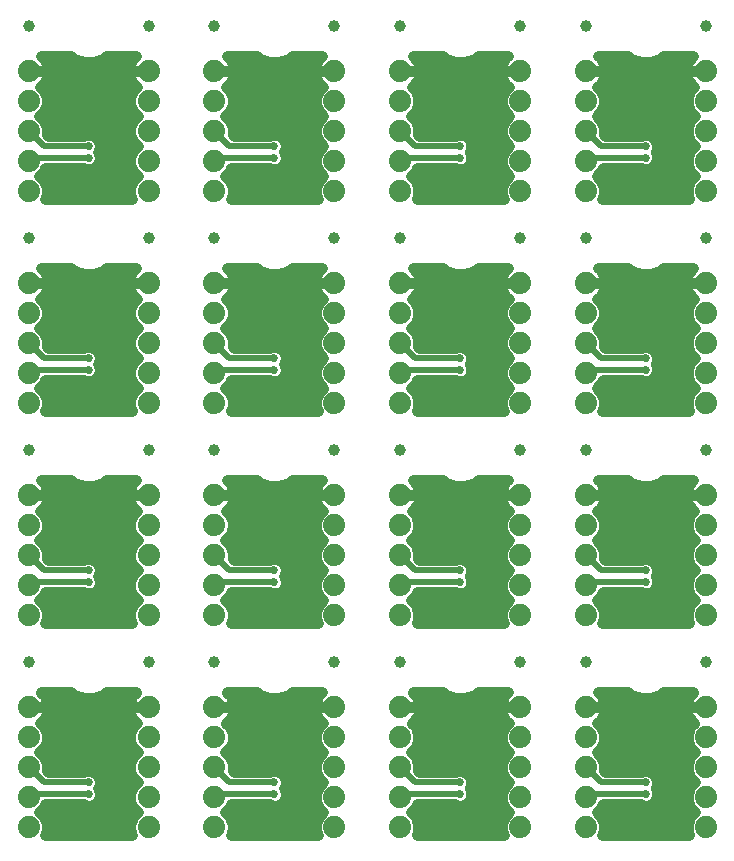
<source format=gbl>
G75*
%MOIN*%
%OFA0B0*%
%FSLAX25Y25*%
%IPPOS*%
%LPD*%
%AMOC8*
5,1,8,0,0,1.08239X$1,22.5*
%
%ADD10C,0.07400*%
%ADD11C,0.03937*%
%ADD12C,0.03600*%
%ADD13C,0.02000*%
%ADD14C,0.02700*%
D10*
X0043750Y0033500D03*
X0043750Y0043500D03*
X0043750Y0053500D03*
X0043750Y0063500D03*
X0043750Y0073500D03*
X0043750Y0104201D03*
X0043750Y0114201D03*
X0043750Y0124201D03*
X0043750Y0134201D03*
X0043750Y0144201D03*
X0043750Y0174902D03*
X0043750Y0184902D03*
X0043750Y0194902D03*
X0043750Y0204902D03*
X0043750Y0214902D03*
X0043750Y0245602D03*
X0043750Y0255602D03*
X0043750Y0265602D03*
X0043750Y0275602D03*
X0043750Y0285602D03*
X0083750Y0285602D03*
X0083750Y0275602D03*
X0083750Y0265602D03*
X0083750Y0255602D03*
X0083750Y0245602D03*
X0105671Y0245602D03*
X0105671Y0255602D03*
X0105671Y0265602D03*
X0105671Y0275602D03*
X0105671Y0285602D03*
X0145671Y0285602D03*
X0145671Y0275602D03*
X0145671Y0265602D03*
X0145671Y0255602D03*
X0145671Y0245602D03*
X0167592Y0245602D03*
X0167592Y0255602D03*
X0167592Y0265602D03*
X0167592Y0275602D03*
X0167592Y0285602D03*
X0207592Y0285602D03*
X0207592Y0275602D03*
X0207592Y0265602D03*
X0207592Y0255602D03*
X0207592Y0245602D03*
X0229514Y0245602D03*
X0229514Y0255602D03*
X0229514Y0265602D03*
X0229514Y0275602D03*
X0229514Y0285602D03*
X0269514Y0285602D03*
X0269514Y0275602D03*
X0269514Y0265602D03*
X0269514Y0255602D03*
X0269514Y0245602D03*
X0269514Y0214902D03*
X0269514Y0204902D03*
X0269514Y0194902D03*
X0269514Y0184902D03*
X0269514Y0174902D03*
X0269514Y0144201D03*
X0269514Y0134201D03*
X0269514Y0124201D03*
X0269514Y0114201D03*
X0269514Y0104201D03*
X0269514Y0073500D03*
X0269514Y0063500D03*
X0269514Y0053500D03*
X0269514Y0043500D03*
X0269514Y0033500D03*
X0229514Y0033500D03*
X0229514Y0043500D03*
X0229514Y0053500D03*
X0229514Y0063500D03*
X0229514Y0073500D03*
X0207592Y0073500D03*
X0207592Y0063500D03*
X0207592Y0053500D03*
X0207592Y0043500D03*
X0207592Y0033500D03*
X0167592Y0033500D03*
X0167592Y0043500D03*
X0167592Y0053500D03*
X0167592Y0063500D03*
X0167592Y0073500D03*
X0145671Y0073500D03*
X0145671Y0063500D03*
X0145671Y0053500D03*
X0145671Y0043500D03*
X0145671Y0033500D03*
X0105671Y0033500D03*
X0105671Y0043500D03*
X0105671Y0053500D03*
X0105671Y0063500D03*
X0105671Y0073500D03*
X0083750Y0073500D03*
X0083750Y0063500D03*
X0083750Y0053500D03*
X0083750Y0043500D03*
X0083750Y0033500D03*
X0083750Y0104201D03*
X0083750Y0114201D03*
X0083750Y0124201D03*
X0083750Y0134201D03*
X0083750Y0144201D03*
X0105671Y0144201D03*
X0105671Y0134201D03*
X0105671Y0124201D03*
X0105671Y0114201D03*
X0105671Y0104201D03*
X0145671Y0104201D03*
X0145671Y0114201D03*
X0145671Y0124201D03*
X0145671Y0134201D03*
X0145671Y0144201D03*
X0167592Y0144201D03*
X0167592Y0134201D03*
X0167592Y0124201D03*
X0167592Y0114201D03*
X0167592Y0104201D03*
X0207592Y0104201D03*
X0207592Y0114201D03*
X0207592Y0124201D03*
X0207592Y0134201D03*
X0207592Y0144201D03*
X0229514Y0144201D03*
X0229514Y0134201D03*
X0229514Y0124201D03*
X0229514Y0114201D03*
X0229514Y0104201D03*
X0229514Y0174902D03*
X0229514Y0184902D03*
X0229514Y0194902D03*
X0229514Y0204902D03*
X0229514Y0214902D03*
X0207592Y0214902D03*
X0207592Y0204902D03*
X0207592Y0194902D03*
X0207592Y0184902D03*
X0207592Y0174902D03*
X0167592Y0174902D03*
X0167592Y0184902D03*
X0167592Y0194902D03*
X0167592Y0204902D03*
X0167592Y0214902D03*
X0145671Y0214902D03*
X0145671Y0204902D03*
X0145671Y0194902D03*
X0145671Y0184902D03*
X0145671Y0174902D03*
X0105671Y0174902D03*
X0105671Y0184902D03*
X0105671Y0194902D03*
X0105671Y0204902D03*
X0105671Y0214902D03*
X0083750Y0214902D03*
X0083750Y0204902D03*
X0083750Y0194902D03*
X0083750Y0184902D03*
X0083750Y0174902D03*
D11*
X0083750Y0159201D03*
X0105671Y0159201D03*
X0145671Y0159201D03*
X0167592Y0159201D03*
X0207592Y0159201D03*
X0229514Y0159201D03*
X0269514Y0159201D03*
X0269514Y0229902D03*
X0229514Y0229902D03*
X0207592Y0229902D03*
X0167592Y0229902D03*
X0145671Y0229902D03*
X0105671Y0229902D03*
X0083750Y0229902D03*
X0043750Y0229902D03*
X0043750Y0300602D03*
X0083750Y0300602D03*
X0105671Y0300602D03*
X0145671Y0300602D03*
X0167592Y0300602D03*
X0207592Y0300602D03*
X0229514Y0300602D03*
X0269514Y0300602D03*
X0043750Y0159201D03*
X0043750Y0088500D03*
X0083750Y0088500D03*
X0105671Y0088500D03*
X0145671Y0088500D03*
X0167592Y0088500D03*
X0207592Y0088500D03*
X0229514Y0088500D03*
X0269514Y0088500D03*
D12*
X0265353Y0078500D02*
X0265219Y0078397D01*
X0264616Y0077795D01*
X0264098Y0077119D01*
X0263672Y0076381D01*
X0263346Y0075594D01*
X0263125Y0074771D01*
X0263014Y0073926D01*
X0263014Y0073500D01*
X0269514Y0073500D01*
X0263014Y0073500D01*
X0263014Y0073074D01*
X0263125Y0072229D01*
X0263346Y0071406D01*
X0263672Y0070619D01*
X0264098Y0069881D01*
X0264616Y0069205D01*
X0265219Y0068603D01*
X0265655Y0068268D01*
X0264342Y0066955D01*
X0263414Y0064713D01*
X0263414Y0062287D01*
X0264342Y0060045D01*
X0265887Y0058500D01*
X0264342Y0056955D01*
X0263414Y0054713D01*
X0263414Y0052287D01*
X0264342Y0050045D01*
X0265887Y0048500D01*
X0264342Y0046955D01*
X0263414Y0044713D01*
X0263414Y0042287D01*
X0264342Y0040045D01*
X0265887Y0038500D01*
X0264342Y0036955D01*
X0263414Y0034713D01*
X0263414Y0032287D01*
X0263988Y0030900D01*
X0235039Y0030900D01*
X0235614Y0032287D01*
X0235614Y0034713D01*
X0234685Y0036955D01*
X0233140Y0038500D01*
X0234685Y0040045D01*
X0235122Y0041100D01*
X0247923Y0041100D01*
X0248768Y0040750D01*
X0250260Y0040750D01*
X0251638Y0041321D01*
X0252693Y0042376D01*
X0253264Y0043754D01*
X0253264Y0045246D01*
X0252744Y0046500D01*
X0253264Y0047754D01*
X0253264Y0049246D01*
X0252693Y0050624D01*
X0251638Y0051679D01*
X0250260Y0052250D01*
X0248768Y0052250D01*
X0247923Y0051900D01*
X0235922Y0051900D01*
X0235591Y0052231D01*
X0235614Y0052287D01*
X0235614Y0054713D01*
X0234685Y0056955D01*
X0233140Y0058500D01*
X0234685Y0060045D01*
X0235614Y0062287D01*
X0235614Y0064713D01*
X0234685Y0066955D01*
X0233373Y0068268D01*
X0233809Y0068603D01*
X0234411Y0069205D01*
X0234930Y0069881D01*
X0235356Y0070619D01*
X0235682Y0071406D01*
X0235903Y0072229D01*
X0236014Y0073074D01*
X0236014Y0073500D01*
X0236014Y0073926D01*
X0235903Y0074771D01*
X0235682Y0075594D01*
X0235356Y0076381D01*
X0234930Y0077119D01*
X0234411Y0077795D01*
X0233809Y0078397D01*
X0233675Y0078500D01*
X0243673Y0078500D01*
X0244691Y0077646D01*
X0247839Y0076500D01*
X0251189Y0076500D01*
X0254337Y0077646D01*
X0254337Y0077646D01*
X0255355Y0078500D01*
X0265353Y0078500D01*
X0263262Y0075281D02*
X0235766Y0075281D01*
X0236014Y0073500D02*
X0229514Y0073500D01*
X0229514Y0073500D01*
X0236014Y0073500D01*
X0235756Y0071682D02*
X0263272Y0071682D01*
X0265471Y0068084D02*
X0233557Y0068084D01*
X0235614Y0064485D02*
X0263414Y0064485D01*
X0263994Y0060887D02*
X0235034Y0060887D01*
X0234352Y0057288D02*
X0264675Y0057288D01*
X0263414Y0053690D02*
X0235614Y0053690D01*
X0233936Y0039296D02*
X0265092Y0039296D01*
X0263821Y0035697D02*
X0235206Y0035697D01*
X0235536Y0032099D02*
X0263492Y0032099D01*
X0263414Y0042894D02*
X0252908Y0042894D01*
X0252747Y0046493D02*
X0264151Y0046493D01*
X0264323Y0050091D02*
X0252914Y0050091D01*
X0269514Y0073500D02*
X0269514Y0073500D01*
X0244691Y0077646D02*
X0244691Y0077646D01*
X0235039Y0101601D02*
X0235614Y0102987D01*
X0235614Y0105414D01*
X0234685Y0107656D01*
X0233140Y0109201D01*
X0234685Y0110745D01*
X0235122Y0111801D01*
X0247923Y0111801D01*
X0248768Y0111451D01*
X0250260Y0111451D01*
X0251638Y0112022D01*
X0252693Y0113077D01*
X0253264Y0114455D01*
X0253264Y0115947D01*
X0252744Y0117201D01*
X0253264Y0118455D01*
X0253264Y0119947D01*
X0252693Y0121325D01*
X0251638Y0122380D01*
X0250260Y0122951D01*
X0248768Y0122951D01*
X0247923Y0122601D01*
X0235922Y0122601D01*
X0235591Y0122932D01*
X0235614Y0122987D01*
X0235614Y0125414D01*
X0234685Y0127656D01*
X0233140Y0129201D01*
X0234685Y0130745D01*
X0235614Y0132987D01*
X0235614Y0135414D01*
X0234685Y0137656D01*
X0233373Y0138969D01*
X0233809Y0139303D01*
X0234411Y0139906D01*
X0234930Y0140582D01*
X0235356Y0141320D01*
X0235682Y0142107D01*
X0235903Y0142930D01*
X0236014Y0143775D01*
X0236014Y0144201D01*
X0236014Y0144627D01*
X0235903Y0145472D01*
X0235682Y0146295D01*
X0235356Y0147082D01*
X0234930Y0147820D01*
X0234411Y0148496D01*
X0233809Y0149098D01*
X0233675Y0149201D01*
X0243673Y0149201D01*
X0244691Y0148347D01*
X0247839Y0147201D01*
X0251189Y0147201D01*
X0254337Y0148347D01*
X0255355Y0149201D01*
X0265353Y0149201D01*
X0265219Y0149098D01*
X0264616Y0148496D01*
X0264098Y0147820D01*
X0263672Y0147082D01*
X0263346Y0146295D01*
X0263125Y0145472D01*
X0263014Y0144627D01*
X0263014Y0144201D01*
X0269514Y0144201D01*
X0269514Y0144201D01*
X0263014Y0144201D01*
X0263014Y0143775D01*
X0263125Y0142930D01*
X0263346Y0142107D01*
X0263672Y0141320D01*
X0264098Y0140582D01*
X0264616Y0139906D01*
X0265219Y0139303D01*
X0265655Y0138969D01*
X0264342Y0137656D01*
X0263414Y0135414D01*
X0263414Y0132987D01*
X0264342Y0130745D01*
X0265887Y0129201D01*
X0264342Y0127656D01*
X0263414Y0125414D01*
X0263414Y0122987D01*
X0264342Y0120745D01*
X0265887Y0119201D01*
X0264342Y0117656D01*
X0263414Y0115414D01*
X0263414Y0112987D01*
X0264342Y0110745D01*
X0265887Y0109201D01*
X0264342Y0107656D01*
X0263414Y0105414D01*
X0263414Y0102987D01*
X0263988Y0101601D01*
X0235039Y0101601D01*
X0235614Y0104069D02*
X0263414Y0104069D01*
X0264354Y0107667D02*
X0234674Y0107667D01*
X0234901Y0111266D02*
X0264127Y0111266D01*
X0263414Y0114864D02*
X0253264Y0114864D01*
X0253264Y0118463D02*
X0265149Y0118463D01*
X0263797Y0122061D02*
X0251957Y0122061D01*
X0263516Y0125660D02*
X0235512Y0125660D01*
X0233198Y0129258D02*
X0265830Y0129258D01*
X0263468Y0132857D02*
X0235560Y0132857D01*
X0235183Y0136455D02*
X0263845Y0136455D01*
X0264503Y0140054D02*
X0234525Y0140054D01*
X0235998Y0143652D02*
X0263030Y0143652D01*
X0263769Y0147251D02*
X0251326Y0147251D01*
X0254337Y0148347D02*
X0254337Y0148347D01*
X0247701Y0147251D02*
X0235258Y0147251D01*
X0236014Y0144201D02*
X0229514Y0144201D01*
X0229514Y0144201D01*
X0236014Y0144201D01*
X0244691Y0148347D02*
X0244691Y0148347D01*
X0235039Y0172302D02*
X0235614Y0173688D01*
X0235614Y0176115D01*
X0234685Y0178357D01*
X0233140Y0179902D01*
X0234685Y0181446D01*
X0235122Y0182502D01*
X0247923Y0182502D01*
X0248768Y0182152D01*
X0250260Y0182152D01*
X0251638Y0182723D01*
X0252693Y0183777D01*
X0253264Y0185156D01*
X0253264Y0186648D01*
X0252744Y0187902D01*
X0253264Y0189156D01*
X0253264Y0190648D01*
X0252693Y0192026D01*
X0251638Y0193081D01*
X0250260Y0193652D01*
X0248768Y0193652D01*
X0247923Y0193302D01*
X0235922Y0193302D01*
X0235591Y0193633D01*
X0235614Y0193688D01*
X0235614Y0196115D01*
X0234685Y0198357D01*
X0233140Y0199902D01*
X0234685Y0201446D01*
X0235614Y0203688D01*
X0235614Y0206115D01*
X0234685Y0208357D01*
X0233373Y0209669D01*
X0233809Y0210004D01*
X0234411Y0210607D01*
X0234930Y0211283D01*
X0235356Y0212021D01*
X0235682Y0212808D01*
X0235903Y0213631D01*
X0236014Y0214476D01*
X0236014Y0214902D01*
X0236014Y0215328D01*
X0235903Y0216172D01*
X0235682Y0216995D01*
X0235356Y0217783D01*
X0234930Y0218521D01*
X0234411Y0219197D01*
X0233809Y0219799D01*
X0233675Y0219902D01*
X0243673Y0219902D01*
X0244691Y0219047D01*
X0247839Y0217902D01*
X0251189Y0217902D01*
X0254337Y0219047D01*
X0255355Y0219902D01*
X0265353Y0219902D01*
X0265219Y0219799D01*
X0264616Y0219197D01*
X0264098Y0218521D01*
X0263672Y0217783D01*
X0263346Y0216995D01*
X0263125Y0216172D01*
X0263014Y0215328D01*
X0263014Y0214902D01*
X0269514Y0214902D01*
X0269514Y0214902D01*
X0263014Y0214902D01*
X0263014Y0214476D01*
X0263125Y0213631D01*
X0263346Y0212808D01*
X0263672Y0212021D01*
X0264098Y0211283D01*
X0264616Y0210607D01*
X0265219Y0210004D01*
X0265655Y0209669D01*
X0264342Y0208357D01*
X0263414Y0206115D01*
X0263414Y0203688D01*
X0264342Y0201446D01*
X0265887Y0199902D01*
X0264342Y0198357D01*
X0263414Y0196115D01*
X0263414Y0193688D01*
X0264342Y0191446D01*
X0265887Y0189902D01*
X0264342Y0188357D01*
X0263414Y0186115D01*
X0263414Y0183688D01*
X0264342Y0181446D01*
X0265887Y0179902D01*
X0264342Y0178357D01*
X0263414Y0176115D01*
X0263414Y0173688D01*
X0263988Y0172302D01*
X0235039Y0172302D01*
X0235097Y0172440D02*
X0263931Y0172440D01*
X0263414Y0176039D02*
X0235614Y0176039D01*
X0233405Y0179637D02*
X0265623Y0179637D01*
X0263601Y0183236D02*
X0252151Y0183236D01*
X0253186Y0186834D02*
X0263712Y0186834D01*
X0265356Y0190433D02*
X0253264Y0190433D01*
X0263414Y0194032D02*
X0235614Y0194032D01*
X0234986Y0197630D02*
X0264041Y0197630D01*
X0264560Y0201229D02*
X0234467Y0201229D01*
X0235614Y0204827D02*
X0263414Y0204827D01*
X0264411Y0208426D02*
X0234617Y0208426D01*
X0235357Y0212024D02*
X0263670Y0212024D01*
X0263053Y0215623D02*
X0235975Y0215623D01*
X0236014Y0214902D02*
X0229514Y0214902D01*
X0229514Y0214902D01*
X0236014Y0214902D01*
X0234387Y0219221D02*
X0244484Y0219221D01*
X0244691Y0219047D02*
X0244691Y0219047D01*
X0254337Y0219047D02*
X0254337Y0219047D01*
X0254544Y0219221D02*
X0264641Y0219221D01*
X0263988Y0243002D02*
X0235039Y0243002D01*
X0235614Y0244389D01*
X0235614Y0246816D01*
X0234685Y0249058D01*
X0233140Y0250602D01*
X0234685Y0252147D01*
X0235122Y0253202D01*
X0247923Y0253202D01*
X0248768Y0252852D01*
X0250260Y0252852D01*
X0251638Y0253423D01*
X0252693Y0254478D01*
X0253264Y0255856D01*
X0253264Y0257348D01*
X0252744Y0258602D01*
X0253264Y0259856D01*
X0253264Y0261348D01*
X0252693Y0262727D01*
X0251638Y0263781D01*
X0250260Y0264352D01*
X0248768Y0264352D01*
X0247923Y0264002D01*
X0235922Y0264002D01*
X0235591Y0264334D01*
X0235614Y0264389D01*
X0235614Y0266816D01*
X0234685Y0269058D01*
X0233140Y0270602D01*
X0234685Y0272147D01*
X0235614Y0274389D01*
X0235614Y0276816D01*
X0234685Y0279058D01*
X0233373Y0280370D01*
X0233809Y0280705D01*
X0234411Y0281307D01*
X0234930Y0281983D01*
X0235356Y0282721D01*
X0235682Y0283509D01*
X0235903Y0284332D01*
X0236014Y0285176D01*
X0236014Y0285602D01*
X0229514Y0285602D01*
X0229514Y0285602D01*
X0236014Y0285602D01*
X0236014Y0286028D01*
X0235903Y0286873D01*
X0235682Y0287696D01*
X0235356Y0288483D01*
X0234930Y0289221D01*
X0234411Y0289897D01*
X0233809Y0290500D01*
X0233675Y0290602D01*
X0243673Y0290602D01*
X0244691Y0289748D01*
X0247839Y0288602D01*
X0251189Y0288602D01*
X0254337Y0289748D01*
X0255355Y0290602D01*
X0265353Y0290602D01*
X0265219Y0290500D01*
X0264616Y0289897D01*
X0264098Y0289221D01*
X0263672Y0288483D01*
X0263346Y0287696D01*
X0263125Y0286873D01*
X0263014Y0286028D01*
X0263014Y0285602D01*
X0263014Y0285176D01*
X0263125Y0284332D01*
X0263346Y0283509D01*
X0263672Y0282721D01*
X0264098Y0281983D01*
X0264616Y0281307D01*
X0265219Y0280705D01*
X0265655Y0280370D01*
X0264342Y0279058D01*
X0263414Y0276816D01*
X0263414Y0274389D01*
X0264342Y0272147D01*
X0265887Y0270602D01*
X0264342Y0269058D01*
X0263414Y0266816D01*
X0263414Y0264389D01*
X0264342Y0262147D01*
X0265887Y0260602D01*
X0264342Y0259058D01*
X0263414Y0256816D01*
X0263414Y0254389D01*
X0264342Y0252147D01*
X0265887Y0250602D01*
X0264342Y0249058D01*
X0263414Y0246816D01*
X0263414Y0244389D01*
X0263988Y0243002D01*
X0263414Y0244411D02*
X0235614Y0244411D01*
X0235119Y0248009D02*
X0263908Y0248009D01*
X0264882Y0251608D02*
X0234146Y0251608D01*
X0235614Y0266002D02*
X0263414Y0266002D01*
X0264236Y0262403D02*
X0252827Y0262403D01*
X0252828Y0258805D02*
X0264238Y0258805D01*
X0263414Y0255206D02*
X0252994Y0255206D01*
X0264885Y0269600D02*
X0234143Y0269600D01*
X0235121Y0273199D02*
X0263907Y0273199D01*
X0263414Y0276797D02*
X0235614Y0276797D01*
X0233406Y0280396D02*
X0265622Y0280396D01*
X0263215Y0283994D02*
X0235812Y0283994D01*
X0235710Y0287593D02*
X0263318Y0287593D01*
X0263014Y0285602D02*
X0269514Y0285602D01*
X0263014Y0285602D01*
X0269514Y0285602D02*
X0269514Y0285602D01*
X0254337Y0289748D02*
X0254337Y0289748D01*
X0244691Y0289748D02*
X0244691Y0289748D01*
X0207592Y0285602D02*
X0207592Y0285602D01*
X0201092Y0285602D01*
X0201092Y0285176D01*
X0201204Y0284332D01*
X0201424Y0283509D01*
X0201750Y0282721D01*
X0202176Y0281983D01*
X0202695Y0281307D01*
X0203298Y0280705D01*
X0203734Y0280370D01*
X0202421Y0279058D01*
X0201492Y0276816D01*
X0201492Y0274389D01*
X0202421Y0272147D01*
X0203966Y0270602D01*
X0202421Y0269058D01*
X0201492Y0266816D01*
X0201492Y0264389D01*
X0202421Y0262147D01*
X0203966Y0260602D01*
X0202421Y0259058D01*
X0201492Y0256816D01*
X0201492Y0254389D01*
X0202421Y0252147D01*
X0203966Y0250602D01*
X0202421Y0249058D01*
X0201492Y0246816D01*
X0201492Y0244389D01*
X0202067Y0243002D01*
X0173118Y0243002D01*
X0173692Y0244389D01*
X0173692Y0246816D01*
X0172764Y0249058D01*
X0171219Y0250602D01*
X0172764Y0252147D01*
X0173201Y0253202D01*
X0186002Y0253202D01*
X0186847Y0252852D01*
X0188338Y0252852D01*
X0189717Y0253423D01*
X0190772Y0254478D01*
X0191342Y0255856D01*
X0191342Y0257348D01*
X0190823Y0258602D01*
X0191342Y0259856D01*
X0191342Y0261348D01*
X0190772Y0262727D01*
X0189717Y0263781D01*
X0188338Y0264352D01*
X0186847Y0264352D01*
X0186002Y0264002D01*
X0174001Y0264002D01*
X0173670Y0264334D01*
X0173692Y0264389D01*
X0173692Y0266816D01*
X0172764Y0269058D01*
X0171219Y0270602D01*
X0172764Y0272147D01*
X0173692Y0274389D01*
X0173692Y0276816D01*
X0172764Y0279058D01*
X0171451Y0280370D01*
X0171887Y0280705D01*
X0172490Y0281307D01*
X0173009Y0281983D01*
X0173435Y0282721D01*
X0173761Y0283509D01*
X0173981Y0284332D01*
X0174092Y0285176D01*
X0174092Y0285602D01*
X0167593Y0285602D01*
X0167593Y0285602D01*
X0174092Y0285602D01*
X0174092Y0286028D01*
X0173981Y0286873D01*
X0173761Y0287696D01*
X0173435Y0288483D01*
X0173009Y0289221D01*
X0172490Y0289897D01*
X0171887Y0290500D01*
X0171754Y0290602D01*
X0181751Y0290602D01*
X0182769Y0289748D01*
X0182769Y0289748D01*
X0185917Y0288602D01*
X0189268Y0288602D01*
X0192416Y0289748D01*
X0193434Y0290602D01*
X0203431Y0290602D01*
X0203298Y0290500D01*
X0202695Y0289897D01*
X0202176Y0289221D01*
X0201750Y0288483D01*
X0201424Y0287696D01*
X0201204Y0286873D01*
X0201092Y0286028D01*
X0201092Y0285602D01*
X0207592Y0285602D01*
X0203700Y0280396D02*
X0171485Y0280396D01*
X0173891Y0283994D02*
X0201294Y0283994D01*
X0201397Y0287593D02*
X0173788Y0287593D01*
X0173692Y0276797D02*
X0201492Y0276797D01*
X0201986Y0273199D02*
X0173199Y0273199D01*
X0172221Y0269600D02*
X0202964Y0269600D01*
X0201492Y0266002D02*
X0173692Y0266002D01*
X0172224Y0251608D02*
X0202960Y0251608D01*
X0201987Y0248009D02*
X0173198Y0248009D01*
X0173692Y0244411D02*
X0201492Y0244411D01*
X0201492Y0255206D02*
X0191073Y0255206D01*
X0190907Y0258805D02*
X0202316Y0258805D01*
X0202315Y0262403D02*
X0190906Y0262403D01*
X0192416Y0289748D02*
X0192416Y0289748D01*
X0145671Y0285602D02*
X0145671Y0285602D01*
X0139171Y0285602D01*
X0139171Y0285176D01*
X0139283Y0284332D01*
X0139503Y0283509D01*
X0139829Y0282721D01*
X0140255Y0281983D01*
X0140774Y0281307D01*
X0141376Y0280705D01*
X0141813Y0280370D01*
X0140500Y0279058D01*
X0139571Y0276816D01*
X0139571Y0274389D01*
X0140500Y0272147D01*
X0142045Y0270602D01*
X0140500Y0269058D01*
X0139571Y0266816D01*
X0139571Y0264389D01*
X0140500Y0262147D01*
X0142045Y0260602D01*
X0140500Y0259058D01*
X0139571Y0256816D01*
X0139571Y0254389D01*
X0140500Y0252147D01*
X0142045Y0250602D01*
X0140500Y0249058D01*
X0139571Y0246816D01*
X0139571Y0244389D01*
X0140146Y0243002D01*
X0111197Y0243002D01*
X0111771Y0244389D01*
X0111771Y0246816D01*
X0110843Y0249058D01*
X0109298Y0250602D01*
X0110843Y0252147D01*
X0111280Y0253202D01*
X0124080Y0253202D01*
X0124925Y0252852D01*
X0126417Y0252852D01*
X0127795Y0253423D01*
X0128850Y0254478D01*
X0129421Y0255856D01*
X0129421Y0257348D01*
X0128902Y0258602D01*
X0129421Y0259856D01*
X0129421Y0261348D01*
X0128850Y0262727D01*
X0127795Y0263781D01*
X0126417Y0264352D01*
X0124925Y0264352D01*
X0124080Y0264002D01*
X0112080Y0264002D01*
X0111748Y0264334D01*
X0111771Y0264389D01*
X0111771Y0266816D01*
X0110843Y0269058D01*
X0109298Y0270602D01*
X0110843Y0272147D01*
X0111771Y0274389D01*
X0111771Y0276816D01*
X0110843Y0279058D01*
X0109530Y0280370D01*
X0109966Y0280705D01*
X0110569Y0281307D01*
X0111087Y0281983D01*
X0111513Y0282721D01*
X0111840Y0283509D01*
X0112060Y0284332D01*
X0112171Y0285176D01*
X0112171Y0285602D01*
X0105671Y0285602D01*
X0105671Y0285602D01*
X0112171Y0285602D01*
X0112171Y0286028D01*
X0112060Y0286873D01*
X0111840Y0287696D01*
X0111513Y0288483D01*
X0111087Y0289221D01*
X0110569Y0289897D01*
X0109966Y0290500D01*
X0109833Y0290602D01*
X0119830Y0290602D01*
X0120848Y0289748D01*
X0123996Y0288602D01*
X0127346Y0288602D01*
X0130495Y0289748D01*
X0131512Y0290602D01*
X0141510Y0290602D01*
X0141376Y0290500D01*
X0140774Y0289897D01*
X0140255Y0289221D01*
X0139829Y0288483D01*
X0139503Y0287696D01*
X0139283Y0286873D01*
X0139171Y0286028D01*
X0139171Y0285602D01*
X0145671Y0285602D01*
X0141779Y0280396D02*
X0109563Y0280396D01*
X0111970Y0283994D02*
X0139373Y0283994D01*
X0139475Y0287593D02*
X0111867Y0287593D01*
X0120848Y0289748D02*
X0120848Y0289748D01*
X0130495Y0289748D02*
X0130495Y0289748D01*
X0139571Y0276797D02*
X0111771Y0276797D01*
X0111278Y0273199D02*
X0140064Y0273199D01*
X0141042Y0269600D02*
X0110300Y0269600D01*
X0111771Y0266002D02*
X0139571Y0266002D01*
X0140394Y0262403D02*
X0128984Y0262403D01*
X0128986Y0258805D02*
X0140395Y0258805D01*
X0139571Y0255206D02*
X0129152Y0255206D01*
X0141039Y0251608D02*
X0110303Y0251608D01*
X0111277Y0248009D02*
X0140066Y0248009D01*
X0139571Y0244411D02*
X0111771Y0244411D01*
X0109833Y0219902D02*
X0119830Y0219902D01*
X0120848Y0219047D01*
X0123996Y0217902D01*
X0127346Y0217902D01*
X0130495Y0219047D01*
X0131512Y0219902D01*
X0141510Y0219902D01*
X0141376Y0219799D01*
X0140774Y0219197D01*
X0140255Y0218521D01*
X0139829Y0217783D01*
X0139503Y0216995D01*
X0139283Y0216172D01*
X0139171Y0215328D01*
X0139171Y0214902D01*
X0145671Y0214902D01*
X0145671Y0214902D01*
X0139171Y0214902D01*
X0139171Y0214476D01*
X0139283Y0213631D01*
X0139503Y0212808D01*
X0139829Y0212021D01*
X0140255Y0211283D01*
X0140774Y0210607D01*
X0141376Y0210004D01*
X0141813Y0209669D01*
X0140500Y0208357D01*
X0139571Y0206115D01*
X0139571Y0203688D01*
X0140500Y0201446D01*
X0142045Y0199902D01*
X0140500Y0198357D01*
X0139571Y0196115D01*
X0139571Y0193688D01*
X0140500Y0191446D01*
X0142045Y0189902D01*
X0140500Y0188357D01*
X0139571Y0186115D01*
X0139571Y0183688D01*
X0140500Y0181446D01*
X0142045Y0179902D01*
X0140500Y0178357D01*
X0139571Y0176115D01*
X0139571Y0173688D01*
X0140146Y0172302D01*
X0111197Y0172302D01*
X0111771Y0173688D01*
X0111771Y0176115D01*
X0110843Y0178357D01*
X0109298Y0179902D01*
X0110843Y0181446D01*
X0111280Y0182502D01*
X0124080Y0182502D01*
X0124925Y0182152D01*
X0126417Y0182152D01*
X0127795Y0182723D01*
X0128850Y0183777D01*
X0129421Y0185156D01*
X0129421Y0186648D01*
X0128902Y0187902D01*
X0129421Y0189156D01*
X0129421Y0190648D01*
X0128850Y0192026D01*
X0127795Y0193081D01*
X0126417Y0193652D01*
X0124925Y0193652D01*
X0124080Y0193302D01*
X0112080Y0193302D01*
X0111748Y0193633D01*
X0111771Y0193688D01*
X0111771Y0196115D01*
X0110843Y0198357D01*
X0109298Y0199902D01*
X0110843Y0201446D01*
X0111771Y0203688D01*
X0111771Y0206115D01*
X0110843Y0208357D01*
X0109530Y0209669D01*
X0109966Y0210004D01*
X0110569Y0210607D01*
X0111087Y0211283D01*
X0111513Y0212021D01*
X0111840Y0212808D01*
X0112060Y0213631D01*
X0112171Y0214476D01*
X0112171Y0214902D01*
X0112171Y0215328D01*
X0112060Y0216172D01*
X0111840Y0216995D01*
X0111513Y0217783D01*
X0111087Y0218521D01*
X0110569Y0219197D01*
X0109966Y0219799D01*
X0109833Y0219902D01*
X0110544Y0219221D02*
X0120641Y0219221D01*
X0120848Y0219047D02*
X0120848Y0219047D01*
X0130495Y0219047D02*
X0130495Y0219047D01*
X0130702Y0219221D02*
X0140798Y0219221D01*
X0139210Y0215623D02*
X0112132Y0215623D01*
X0112171Y0214902D02*
X0105671Y0214902D01*
X0105671Y0214902D01*
X0112171Y0214902D01*
X0111515Y0212024D02*
X0139828Y0212024D01*
X0140569Y0208426D02*
X0110774Y0208426D01*
X0111771Y0204827D02*
X0139571Y0204827D01*
X0140718Y0201229D02*
X0110625Y0201229D01*
X0111144Y0197630D02*
X0140199Y0197630D01*
X0139571Y0194032D02*
X0111771Y0194032D01*
X0109562Y0179637D02*
X0141780Y0179637D01*
X0139759Y0183236D02*
X0128309Y0183236D01*
X0129344Y0186834D02*
X0139869Y0186834D01*
X0141513Y0190433D02*
X0129421Y0190433D01*
X0139571Y0176039D02*
X0111771Y0176039D01*
X0111254Y0172440D02*
X0140088Y0172440D01*
X0141510Y0149201D02*
X0131512Y0149201D01*
X0130495Y0148347D01*
X0130495Y0148347D01*
X0127346Y0147201D01*
X0123996Y0147201D01*
X0120848Y0148347D01*
X0120848Y0148347D01*
X0119830Y0149201D01*
X0109833Y0149201D01*
X0109966Y0149098D01*
X0110569Y0148496D01*
X0111087Y0147820D01*
X0111513Y0147082D01*
X0111840Y0146295D01*
X0112060Y0145472D01*
X0112171Y0144627D01*
X0112171Y0144201D01*
X0105671Y0144201D01*
X0105671Y0144201D01*
X0112171Y0144201D01*
X0112171Y0143775D01*
X0112060Y0142930D01*
X0111840Y0142107D01*
X0111513Y0141320D01*
X0111087Y0140582D01*
X0110569Y0139906D01*
X0109966Y0139303D01*
X0109530Y0138969D01*
X0110843Y0137656D01*
X0111771Y0135414D01*
X0111771Y0132987D01*
X0110843Y0130745D01*
X0109298Y0129201D01*
X0110843Y0127656D01*
X0111771Y0125414D01*
X0111771Y0122987D01*
X0111748Y0122932D01*
X0112080Y0122601D01*
X0124080Y0122601D01*
X0124925Y0122951D01*
X0126417Y0122951D01*
X0127795Y0122380D01*
X0128850Y0121325D01*
X0129421Y0119947D01*
X0129421Y0118455D01*
X0128902Y0117201D01*
X0129421Y0115947D01*
X0129421Y0114455D01*
X0128850Y0113077D01*
X0127795Y0112022D01*
X0126417Y0111451D01*
X0124925Y0111451D01*
X0124080Y0111801D01*
X0111280Y0111801D01*
X0110843Y0110745D01*
X0109298Y0109201D01*
X0110843Y0107656D01*
X0111771Y0105414D01*
X0111771Y0102987D01*
X0111197Y0101601D01*
X0140146Y0101601D01*
X0139571Y0102987D01*
X0139571Y0105414D01*
X0140500Y0107656D01*
X0142045Y0109201D01*
X0140500Y0110745D01*
X0139571Y0112987D01*
X0139571Y0115414D01*
X0140500Y0117656D01*
X0142045Y0119201D01*
X0140500Y0120745D01*
X0139571Y0122987D01*
X0139571Y0125414D01*
X0140500Y0127656D01*
X0142045Y0129201D01*
X0140500Y0130745D01*
X0139571Y0132987D01*
X0139571Y0135414D01*
X0140500Y0137656D01*
X0141813Y0138969D01*
X0141376Y0139303D01*
X0140774Y0139906D01*
X0140255Y0140582D01*
X0139829Y0141320D01*
X0139503Y0142107D01*
X0139283Y0142930D01*
X0139171Y0143775D01*
X0139171Y0144201D01*
X0145671Y0144201D01*
X0145671Y0144201D01*
X0139171Y0144201D01*
X0139171Y0144627D01*
X0139283Y0145472D01*
X0139503Y0146295D01*
X0139829Y0147082D01*
X0140255Y0147820D01*
X0140774Y0148496D01*
X0141376Y0149098D01*
X0141510Y0149201D01*
X0139927Y0147251D02*
X0127484Y0147251D01*
X0123859Y0147251D02*
X0111416Y0147251D01*
X0112155Y0143652D02*
X0139187Y0143652D01*
X0140660Y0140054D02*
X0110682Y0140054D01*
X0111340Y0136455D02*
X0140003Y0136455D01*
X0139625Y0132857D02*
X0111717Y0132857D01*
X0109356Y0129258D02*
X0141987Y0129258D01*
X0139673Y0125660D02*
X0111670Y0125660D01*
X0111058Y0111266D02*
X0140284Y0111266D01*
X0140511Y0107667D02*
X0110832Y0107667D01*
X0111771Y0104069D02*
X0139571Y0104069D01*
X0139571Y0114864D02*
X0129421Y0114864D01*
X0129421Y0118463D02*
X0141307Y0118463D01*
X0139955Y0122061D02*
X0128114Y0122061D01*
X0167593Y0144201D02*
X0167593Y0144201D01*
X0174092Y0144201D01*
X0174092Y0144627D01*
X0173981Y0145472D01*
X0173761Y0146295D01*
X0173435Y0147082D01*
X0173009Y0147820D01*
X0172490Y0148496D01*
X0171887Y0149098D01*
X0171754Y0149201D01*
X0181751Y0149201D01*
X0182769Y0148347D01*
X0185917Y0147201D01*
X0189268Y0147201D01*
X0192416Y0148347D01*
X0193434Y0149201D01*
X0203431Y0149201D01*
X0203298Y0149098D01*
X0202695Y0148496D01*
X0202176Y0147820D01*
X0201750Y0147082D01*
X0201424Y0146295D01*
X0201204Y0145472D01*
X0201092Y0144627D01*
X0201092Y0144201D01*
X0207592Y0144201D01*
X0207592Y0144201D01*
X0201092Y0144201D01*
X0201092Y0143775D01*
X0201204Y0142930D01*
X0201424Y0142107D01*
X0201750Y0141320D01*
X0202176Y0140582D01*
X0202695Y0139906D01*
X0203298Y0139303D01*
X0203734Y0138969D01*
X0202421Y0137656D01*
X0201492Y0135414D01*
X0201492Y0132987D01*
X0202421Y0130745D01*
X0203966Y0129201D01*
X0202421Y0127656D01*
X0201492Y0125414D01*
X0201492Y0122987D01*
X0202421Y0120745D01*
X0203966Y0119201D01*
X0202421Y0117656D01*
X0201492Y0115414D01*
X0201492Y0112987D01*
X0202421Y0110745D01*
X0203966Y0109201D01*
X0202421Y0107656D01*
X0201492Y0105414D01*
X0201492Y0102987D01*
X0202067Y0101601D01*
X0173118Y0101601D01*
X0173692Y0102987D01*
X0173692Y0105414D01*
X0172764Y0107656D01*
X0171219Y0109201D01*
X0172764Y0110745D01*
X0173201Y0111801D01*
X0186002Y0111801D01*
X0186847Y0111451D01*
X0188338Y0111451D01*
X0189717Y0112022D01*
X0190772Y0113077D01*
X0191342Y0114455D01*
X0191342Y0115947D01*
X0190823Y0117201D01*
X0191342Y0118455D01*
X0191342Y0119947D01*
X0190772Y0121325D01*
X0189717Y0122380D01*
X0188338Y0122951D01*
X0186847Y0122951D01*
X0186002Y0122601D01*
X0174001Y0122601D01*
X0173670Y0122932D01*
X0173692Y0122987D01*
X0173692Y0125414D01*
X0172764Y0127656D01*
X0171219Y0129201D01*
X0172764Y0130745D01*
X0173692Y0132987D01*
X0173692Y0135414D01*
X0172764Y0137656D01*
X0171451Y0138969D01*
X0171887Y0139303D01*
X0172490Y0139906D01*
X0173009Y0140582D01*
X0173435Y0141320D01*
X0173761Y0142107D01*
X0173981Y0142930D01*
X0174092Y0143775D01*
X0174092Y0144201D01*
X0167593Y0144201D01*
X0173337Y0147251D02*
X0185780Y0147251D01*
X0182769Y0148347D02*
X0182769Y0148347D01*
X0189405Y0147251D02*
X0201848Y0147251D01*
X0201109Y0143652D02*
X0174076Y0143652D01*
X0172603Y0140054D02*
X0202581Y0140054D01*
X0201924Y0136455D02*
X0173261Y0136455D01*
X0173638Y0132857D02*
X0201547Y0132857D01*
X0203908Y0129258D02*
X0171277Y0129258D01*
X0173591Y0125660D02*
X0201594Y0125660D01*
X0201876Y0122061D02*
X0190035Y0122061D01*
X0191342Y0118463D02*
X0203228Y0118463D01*
X0201492Y0114864D02*
X0191342Y0114864D01*
X0202206Y0111266D02*
X0172979Y0111266D01*
X0172753Y0107667D02*
X0202432Y0107667D01*
X0201492Y0104069D02*
X0173692Y0104069D01*
X0171754Y0078500D02*
X0181751Y0078500D01*
X0182769Y0077646D01*
X0182769Y0077646D01*
X0185917Y0076500D01*
X0189268Y0076500D01*
X0192416Y0077646D01*
X0193434Y0078500D01*
X0203431Y0078500D01*
X0203298Y0078397D01*
X0202695Y0077795D01*
X0202176Y0077119D01*
X0201750Y0076381D01*
X0201424Y0075594D01*
X0201204Y0074771D01*
X0201092Y0073926D01*
X0201092Y0073500D01*
X0201092Y0073074D01*
X0201204Y0072229D01*
X0201424Y0071406D01*
X0201750Y0070619D01*
X0202176Y0069881D01*
X0202695Y0069205D01*
X0203298Y0068603D01*
X0203734Y0068268D01*
X0202421Y0066955D01*
X0201492Y0064713D01*
X0201492Y0062287D01*
X0202421Y0060045D01*
X0203966Y0058500D01*
X0202421Y0056955D01*
X0201492Y0054713D01*
X0201492Y0052287D01*
X0202421Y0050045D01*
X0203966Y0048500D01*
X0202421Y0046955D01*
X0201492Y0044713D01*
X0201492Y0042287D01*
X0202421Y0040045D01*
X0203966Y0038500D01*
X0202421Y0036955D01*
X0201492Y0034713D01*
X0201492Y0032287D01*
X0202067Y0030900D01*
X0173118Y0030900D01*
X0173692Y0032287D01*
X0173692Y0034713D01*
X0172764Y0036955D01*
X0171219Y0038500D01*
X0172764Y0040045D01*
X0173201Y0041100D01*
X0186002Y0041100D01*
X0186847Y0040750D01*
X0188338Y0040750D01*
X0189717Y0041321D01*
X0190772Y0042376D01*
X0191342Y0043754D01*
X0191342Y0045246D01*
X0190823Y0046500D01*
X0191342Y0047754D01*
X0191342Y0049246D01*
X0190772Y0050624D01*
X0189717Y0051679D01*
X0188338Y0052250D01*
X0186847Y0052250D01*
X0186002Y0051900D01*
X0174001Y0051900D01*
X0173670Y0052231D01*
X0173692Y0052287D01*
X0173692Y0054713D01*
X0172764Y0056955D01*
X0171219Y0058500D01*
X0172764Y0060045D01*
X0173692Y0062287D01*
X0173692Y0064713D01*
X0172764Y0066955D01*
X0171451Y0068268D01*
X0171887Y0068603D01*
X0172490Y0069205D01*
X0173009Y0069881D01*
X0173435Y0070619D01*
X0173761Y0071406D01*
X0173981Y0072229D01*
X0174092Y0073074D01*
X0174092Y0073500D01*
X0167593Y0073500D01*
X0174092Y0073500D01*
X0174092Y0073926D01*
X0173981Y0074771D01*
X0173761Y0075594D01*
X0173435Y0076381D01*
X0173009Y0077119D01*
X0172490Y0077795D01*
X0171887Y0078397D01*
X0171754Y0078500D01*
X0173845Y0075281D02*
X0201340Y0075281D01*
X0201092Y0073500D02*
X0207592Y0073500D01*
X0201092Y0073500D01*
X0201350Y0071682D02*
X0173835Y0071682D01*
X0171636Y0068084D02*
X0203549Y0068084D01*
X0201492Y0064485D02*
X0173692Y0064485D01*
X0173113Y0060887D02*
X0202072Y0060887D01*
X0202754Y0057288D02*
X0172431Y0057288D01*
X0173692Y0053690D02*
X0201492Y0053690D01*
X0202402Y0050091D02*
X0190992Y0050091D01*
X0190826Y0046493D02*
X0202229Y0046493D01*
X0201492Y0042894D02*
X0190986Y0042894D01*
X0203170Y0039296D02*
X0172015Y0039296D01*
X0173285Y0035697D02*
X0201900Y0035697D01*
X0201570Y0032099D02*
X0173615Y0032099D01*
X0142045Y0038500D02*
X0140500Y0036955D01*
X0139571Y0034713D01*
X0139571Y0032287D01*
X0140146Y0030900D01*
X0111197Y0030900D01*
X0111771Y0032287D01*
X0111771Y0034713D01*
X0110843Y0036955D01*
X0109298Y0038500D01*
X0110843Y0040045D01*
X0111280Y0041100D01*
X0124080Y0041100D01*
X0124925Y0040750D01*
X0126417Y0040750D01*
X0127795Y0041321D01*
X0128850Y0042376D01*
X0129421Y0043754D01*
X0129421Y0045246D01*
X0128902Y0046500D01*
X0129421Y0047754D01*
X0129421Y0049246D01*
X0128850Y0050624D01*
X0127795Y0051679D01*
X0126417Y0052250D01*
X0124925Y0052250D01*
X0124080Y0051900D01*
X0112080Y0051900D01*
X0111748Y0052231D01*
X0111771Y0052287D01*
X0111771Y0054713D01*
X0110843Y0056955D01*
X0109298Y0058500D01*
X0110843Y0060045D01*
X0111771Y0062287D01*
X0111771Y0064713D01*
X0110843Y0066955D01*
X0109530Y0068268D01*
X0109966Y0068603D01*
X0110569Y0069205D01*
X0111087Y0069881D01*
X0111513Y0070619D01*
X0111840Y0071406D01*
X0112060Y0072229D01*
X0112171Y0073074D01*
X0112171Y0073500D01*
X0105671Y0073500D01*
X0112171Y0073500D01*
X0112171Y0073926D01*
X0112060Y0074771D01*
X0111840Y0075594D01*
X0111513Y0076381D01*
X0111087Y0077119D01*
X0110569Y0077795D01*
X0109966Y0078397D01*
X0109833Y0078500D01*
X0119830Y0078500D01*
X0120848Y0077646D01*
X0123996Y0076500D01*
X0127346Y0076500D01*
X0130495Y0077646D01*
X0131512Y0078500D01*
X0141510Y0078500D01*
X0141376Y0078397D01*
X0140774Y0077795D01*
X0140255Y0077119D01*
X0139829Y0076381D01*
X0139503Y0075594D01*
X0139283Y0074771D01*
X0139171Y0073926D01*
X0139171Y0073500D01*
X0139171Y0073074D01*
X0139283Y0072229D01*
X0139503Y0071406D01*
X0139829Y0070619D01*
X0140255Y0069881D01*
X0140774Y0069205D01*
X0141376Y0068603D01*
X0141813Y0068268D01*
X0140500Y0066955D01*
X0139571Y0064713D01*
X0139571Y0062287D01*
X0140500Y0060045D01*
X0142045Y0058500D01*
X0140500Y0056955D01*
X0139571Y0054713D01*
X0139571Y0052287D01*
X0140500Y0050045D01*
X0142045Y0048500D01*
X0140500Y0046955D01*
X0139571Y0044713D01*
X0139571Y0042287D01*
X0140500Y0040045D01*
X0142045Y0038500D01*
X0141249Y0039296D02*
X0110094Y0039296D01*
X0111364Y0035697D02*
X0139979Y0035697D01*
X0139649Y0032099D02*
X0111693Y0032099D01*
X0129065Y0042894D02*
X0139571Y0042894D01*
X0140308Y0046493D02*
X0128905Y0046493D01*
X0129071Y0050091D02*
X0140481Y0050091D01*
X0139571Y0053690D02*
X0111771Y0053690D01*
X0110510Y0057288D02*
X0140833Y0057288D01*
X0140151Y0060887D02*
X0111191Y0060887D01*
X0111771Y0064485D02*
X0139571Y0064485D01*
X0141628Y0068084D02*
X0109714Y0068084D01*
X0111913Y0071682D02*
X0139429Y0071682D01*
X0139171Y0073500D02*
X0145671Y0073500D01*
X0145671Y0073500D01*
X0139171Y0073500D01*
X0139419Y0075281D02*
X0111923Y0075281D01*
X0105671Y0073500D02*
X0105671Y0073500D01*
X0120848Y0077646D02*
X0120848Y0077646D01*
X0130495Y0077646D02*
X0130495Y0077646D01*
X0167593Y0073500D02*
X0167593Y0073500D01*
X0192416Y0077646D02*
X0192416Y0077646D01*
X0207592Y0073500D02*
X0207592Y0073500D01*
X0192416Y0148347D02*
X0192416Y0148347D01*
X0202067Y0172302D02*
X0173118Y0172302D01*
X0173692Y0173688D01*
X0173692Y0176115D01*
X0172764Y0178357D01*
X0171219Y0179902D01*
X0172764Y0181446D01*
X0173201Y0182502D01*
X0186002Y0182502D01*
X0186847Y0182152D01*
X0188338Y0182152D01*
X0189717Y0182723D01*
X0190772Y0183777D01*
X0191342Y0185156D01*
X0191342Y0186648D01*
X0190823Y0187902D01*
X0191342Y0189156D01*
X0191342Y0190648D01*
X0190772Y0192026D01*
X0189717Y0193081D01*
X0188338Y0193652D01*
X0186847Y0193652D01*
X0186002Y0193302D01*
X0174001Y0193302D01*
X0173670Y0193633D01*
X0173692Y0193688D01*
X0173692Y0196115D01*
X0172764Y0198357D01*
X0171219Y0199902D01*
X0172764Y0201446D01*
X0173692Y0203688D01*
X0173692Y0206115D01*
X0172764Y0208357D01*
X0171451Y0209669D01*
X0171887Y0210004D01*
X0172490Y0210607D01*
X0173009Y0211283D01*
X0173435Y0212021D01*
X0173761Y0212808D01*
X0173981Y0213631D01*
X0174092Y0214476D01*
X0174092Y0214902D01*
X0174092Y0215328D01*
X0173981Y0216172D01*
X0173761Y0216995D01*
X0173435Y0217783D01*
X0173009Y0218521D01*
X0172490Y0219197D01*
X0171887Y0219799D01*
X0171754Y0219902D01*
X0181751Y0219902D01*
X0182769Y0219047D01*
X0185917Y0217902D01*
X0189268Y0217902D01*
X0192416Y0219047D01*
X0193434Y0219902D01*
X0203431Y0219902D01*
X0203298Y0219799D01*
X0202695Y0219197D01*
X0202176Y0218521D01*
X0201750Y0217783D01*
X0201424Y0216995D01*
X0201204Y0216172D01*
X0201092Y0215328D01*
X0201092Y0214902D01*
X0207592Y0214902D01*
X0207592Y0214902D01*
X0201092Y0214902D01*
X0201092Y0214476D01*
X0201204Y0213631D01*
X0201424Y0212808D01*
X0201750Y0212021D01*
X0202176Y0211283D01*
X0202695Y0210607D01*
X0203298Y0210004D01*
X0203734Y0209669D01*
X0202421Y0208357D01*
X0201492Y0206115D01*
X0201492Y0203688D01*
X0202421Y0201446D01*
X0203966Y0199902D01*
X0202421Y0198357D01*
X0201492Y0196115D01*
X0201492Y0193688D01*
X0202421Y0191446D01*
X0203966Y0189902D01*
X0202421Y0188357D01*
X0201492Y0186115D01*
X0201492Y0183688D01*
X0202421Y0181446D01*
X0203966Y0179902D01*
X0202421Y0178357D01*
X0201492Y0176115D01*
X0201492Y0173688D01*
X0202067Y0172302D01*
X0202009Y0172440D02*
X0173176Y0172440D01*
X0173692Y0176039D02*
X0201492Y0176039D01*
X0203702Y0179637D02*
X0171483Y0179637D01*
X0173692Y0194032D02*
X0201492Y0194032D01*
X0202120Y0197630D02*
X0173065Y0197630D01*
X0172546Y0201229D02*
X0202639Y0201229D01*
X0201492Y0204827D02*
X0173692Y0204827D01*
X0172695Y0208426D02*
X0202490Y0208426D01*
X0201749Y0212024D02*
X0173436Y0212024D01*
X0174092Y0214902D02*
X0167593Y0214902D01*
X0174092Y0214902D01*
X0174054Y0215623D02*
X0201131Y0215623D01*
X0202720Y0219221D02*
X0192623Y0219221D01*
X0192416Y0219047D02*
X0192416Y0219047D01*
X0182769Y0219047D02*
X0182769Y0219047D01*
X0182562Y0219221D02*
X0172465Y0219221D01*
X0167593Y0214902D02*
X0167593Y0214902D01*
X0191342Y0190433D02*
X0203434Y0190433D01*
X0201791Y0186834D02*
X0191265Y0186834D01*
X0190230Y0183236D02*
X0201680Y0183236D01*
X0083750Y0214902D02*
X0077250Y0214902D01*
X0083750Y0214902D01*
X0083750Y0214902D01*
X0079891Y0209669D02*
X0078579Y0208357D01*
X0077650Y0206115D01*
X0077650Y0203688D01*
X0078579Y0201446D01*
X0080123Y0199902D01*
X0078579Y0198357D01*
X0077650Y0196115D01*
X0077650Y0193688D01*
X0078579Y0191446D01*
X0080123Y0189902D01*
X0078579Y0188357D01*
X0077650Y0186115D01*
X0077650Y0183688D01*
X0078579Y0181446D01*
X0080123Y0179902D01*
X0078579Y0178357D01*
X0077650Y0176115D01*
X0077650Y0173688D01*
X0078224Y0172302D01*
X0049276Y0172302D01*
X0049850Y0173688D01*
X0049850Y0176115D01*
X0048921Y0178357D01*
X0047377Y0179902D01*
X0048921Y0181446D01*
X0049358Y0182502D01*
X0062159Y0182502D01*
X0063004Y0182152D01*
X0064496Y0182152D01*
X0065874Y0182723D01*
X0066929Y0183777D01*
X0067500Y0185156D01*
X0067500Y0186648D01*
X0066981Y0187902D01*
X0067500Y0189156D01*
X0067500Y0190648D01*
X0066929Y0192026D01*
X0065874Y0193081D01*
X0064496Y0193652D01*
X0063004Y0193652D01*
X0062159Y0193302D01*
X0050158Y0193302D01*
X0049827Y0193633D01*
X0049850Y0193688D01*
X0049850Y0196115D01*
X0048921Y0198357D01*
X0047377Y0199902D01*
X0048921Y0201446D01*
X0049850Y0203688D01*
X0049850Y0206115D01*
X0048921Y0208357D01*
X0047609Y0209669D01*
X0048045Y0210004D01*
X0048647Y0210607D01*
X0049166Y0211283D01*
X0049592Y0212021D01*
X0049918Y0212808D01*
X0050139Y0213631D01*
X0050250Y0214476D01*
X0050250Y0214902D01*
X0050250Y0215328D01*
X0050139Y0216172D01*
X0049918Y0216995D01*
X0049592Y0217783D01*
X0049166Y0218521D01*
X0048647Y0219197D01*
X0048045Y0219799D01*
X0047911Y0219902D01*
X0057909Y0219902D01*
X0058927Y0219047D01*
X0062075Y0217902D01*
X0065425Y0217902D01*
X0068573Y0219047D01*
X0068573Y0219047D01*
X0069591Y0219902D01*
X0079589Y0219902D01*
X0079455Y0219799D01*
X0078853Y0219197D01*
X0078334Y0218521D01*
X0077908Y0217783D01*
X0077582Y0216995D01*
X0077361Y0216172D01*
X0077250Y0215328D01*
X0077250Y0214902D01*
X0077250Y0214476D01*
X0077361Y0213631D01*
X0077582Y0212808D01*
X0077908Y0212021D01*
X0078334Y0211283D01*
X0078853Y0210607D01*
X0079455Y0210004D01*
X0079891Y0209669D01*
X0078647Y0208426D02*
X0048853Y0208426D01*
X0049594Y0212024D02*
X0077906Y0212024D01*
X0077289Y0215623D02*
X0050211Y0215623D01*
X0050250Y0214902D02*
X0043750Y0214902D01*
X0043750Y0214902D01*
X0050250Y0214902D01*
X0048623Y0219221D02*
X0058720Y0219221D01*
X0068780Y0219221D02*
X0078877Y0219221D01*
X0077650Y0204827D02*
X0049850Y0204827D01*
X0048704Y0201229D02*
X0078796Y0201229D01*
X0078278Y0197630D02*
X0049222Y0197630D01*
X0049850Y0194032D02*
X0077650Y0194032D01*
X0079592Y0190433D02*
X0067500Y0190433D01*
X0067423Y0186834D02*
X0077948Y0186834D01*
X0077837Y0183236D02*
X0066388Y0183236D01*
X0077650Y0176039D02*
X0049850Y0176039D01*
X0049333Y0172440D02*
X0078167Y0172440D01*
X0079859Y0179637D02*
X0047641Y0179637D01*
X0047911Y0149201D02*
X0057909Y0149201D01*
X0058927Y0148347D01*
X0062075Y0147201D01*
X0065425Y0147201D01*
X0068573Y0148347D01*
X0068573Y0148347D01*
X0069591Y0149201D01*
X0079589Y0149201D01*
X0079455Y0149098D01*
X0078853Y0148496D01*
X0078334Y0147820D01*
X0077908Y0147082D01*
X0077582Y0146295D01*
X0077361Y0145472D01*
X0077250Y0144627D01*
X0077250Y0144201D01*
X0083750Y0144201D01*
X0083750Y0144201D01*
X0077250Y0144201D01*
X0077250Y0143775D01*
X0077361Y0142930D01*
X0077582Y0142107D01*
X0077908Y0141320D01*
X0078334Y0140582D01*
X0078853Y0139906D01*
X0079455Y0139303D01*
X0079891Y0138969D01*
X0078579Y0137656D01*
X0077650Y0135414D01*
X0077650Y0132987D01*
X0078579Y0130745D01*
X0080123Y0129201D01*
X0078579Y0127656D01*
X0077650Y0125414D01*
X0077650Y0122987D01*
X0078579Y0120745D01*
X0080123Y0119201D01*
X0078579Y0117656D01*
X0077650Y0115414D01*
X0077650Y0112987D01*
X0078579Y0110745D01*
X0080123Y0109201D01*
X0078579Y0107656D01*
X0077650Y0105414D01*
X0077650Y0102987D01*
X0078224Y0101601D01*
X0049276Y0101601D01*
X0049850Y0102987D01*
X0049850Y0105414D01*
X0048921Y0107656D01*
X0047377Y0109201D01*
X0048921Y0110745D01*
X0049358Y0111801D01*
X0062159Y0111801D01*
X0063004Y0111451D01*
X0064496Y0111451D01*
X0065874Y0112022D01*
X0066929Y0113077D01*
X0067500Y0114455D01*
X0067500Y0115947D01*
X0066981Y0117201D01*
X0067500Y0118455D01*
X0067500Y0119947D01*
X0066929Y0121325D01*
X0065874Y0122380D01*
X0064496Y0122951D01*
X0063004Y0122951D01*
X0062159Y0122601D01*
X0050158Y0122601D01*
X0049827Y0122932D01*
X0049850Y0122987D01*
X0049850Y0125414D01*
X0048921Y0127656D01*
X0047377Y0129201D01*
X0048921Y0130745D01*
X0049850Y0132987D01*
X0049850Y0135414D01*
X0048921Y0137656D01*
X0047609Y0138969D01*
X0048045Y0139303D01*
X0048647Y0139906D01*
X0049166Y0140582D01*
X0049592Y0141320D01*
X0049918Y0142107D01*
X0050139Y0142930D01*
X0050250Y0143775D01*
X0050250Y0144201D01*
X0050250Y0144627D01*
X0050139Y0145472D01*
X0049918Y0146295D01*
X0049592Y0147082D01*
X0049166Y0147820D01*
X0048647Y0148496D01*
X0048045Y0149098D01*
X0047911Y0149201D01*
X0049495Y0147251D02*
X0061937Y0147251D01*
X0058927Y0148347D02*
X0058927Y0148347D01*
X0065563Y0147251D02*
X0078005Y0147251D01*
X0077266Y0143652D02*
X0050234Y0143652D01*
X0050250Y0144201D02*
X0043750Y0144201D01*
X0050250Y0144201D01*
X0048761Y0140054D02*
X0078739Y0140054D01*
X0078081Y0136455D02*
X0049419Y0136455D01*
X0049796Y0132857D02*
X0077704Y0132857D01*
X0080066Y0129258D02*
X0047434Y0129258D01*
X0049748Y0125660D02*
X0077752Y0125660D01*
X0078034Y0122061D02*
X0066193Y0122061D01*
X0067500Y0118463D02*
X0079385Y0118463D01*
X0077650Y0114864D02*
X0067500Y0114864D01*
X0078363Y0111266D02*
X0049137Y0111266D01*
X0048910Y0107667D02*
X0078590Y0107667D01*
X0077650Y0104069D02*
X0049850Y0104069D01*
X0047911Y0078500D02*
X0057909Y0078500D01*
X0058927Y0077646D01*
X0062075Y0076500D01*
X0065425Y0076500D01*
X0068573Y0077646D01*
X0068573Y0077646D01*
X0069591Y0078500D01*
X0079589Y0078500D01*
X0079455Y0078397D01*
X0078853Y0077795D01*
X0078334Y0077119D01*
X0077908Y0076381D01*
X0077582Y0075594D01*
X0077361Y0074771D01*
X0077250Y0073926D01*
X0077250Y0073500D01*
X0083750Y0073500D01*
X0083750Y0073500D01*
X0077250Y0073500D01*
X0077250Y0073074D01*
X0077361Y0072229D01*
X0077582Y0071406D01*
X0077908Y0070619D01*
X0078334Y0069881D01*
X0078853Y0069205D01*
X0079455Y0068603D01*
X0079891Y0068268D01*
X0078579Y0066955D01*
X0077650Y0064713D01*
X0077650Y0062287D01*
X0078579Y0060045D01*
X0080123Y0058500D01*
X0078579Y0056955D01*
X0077650Y0054713D01*
X0077650Y0052287D01*
X0078579Y0050045D01*
X0080123Y0048500D01*
X0078579Y0046955D01*
X0077650Y0044713D01*
X0077650Y0042287D01*
X0078579Y0040045D01*
X0080123Y0038500D01*
X0078579Y0036955D01*
X0077650Y0034713D01*
X0077650Y0032287D01*
X0078224Y0030900D01*
X0049276Y0030900D01*
X0049850Y0032287D01*
X0049850Y0034713D01*
X0048921Y0036955D01*
X0047377Y0038500D01*
X0048921Y0040045D01*
X0049358Y0041100D01*
X0062159Y0041100D01*
X0063004Y0040750D01*
X0064496Y0040750D01*
X0065874Y0041321D01*
X0066929Y0042376D01*
X0067500Y0043754D01*
X0067500Y0045246D01*
X0066981Y0046500D01*
X0067500Y0047754D01*
X0067500Y0049246D01*
X0066929Y0050624D01*
X0065874Y0051679D01*
X0064496Y0052250D01*
X0063004Y0052250D01*
X0062159Y0051900D01*
X0050158Y0051900D01*
X0049827Y0052231D01*
X0049850Y0052287D01*
X0049850Y0054713D01*
X0048921Y0056955D01*
X0047377Y0058500D01*
X0048921Y0060045D01*
X0049850Y0062287D01*
X0049850Y0064713D01*
X0048921Y0066955D01*
X0047609Y0068268D01*
X0048045Y0068603D01*
X0048647Y0069205D01*
X0049166Y0069881D01*
X0049592Y0070619D01*
X0049918Y0071406D01*
X0050139Y0072229D01*
X0050250Y0073074D01*
X0050250Y0073500D01*
X0050250Y0073926D01*
X0050139Y0074771D01*
X0049918Y0075594D01*
X0049592Y0076381D01*
X0049166Y0077119D01*
X0048647Y0077795D01*
X0048045Y0078397D01*
X0047911Y0078500D01*
X0050002Y0075281D02*
X0077498Y0075281D01*
X0077508Y0071682D02*
X0049992Y0071682D01*
X0050250Y0073500D02*
X0043750Y0073500D01*
X0050250Y0073500D01*
X0047793Y0068084D02*
X0079707Y0068084D01*
X0077650Y0064485D02*
X0049850Y0064485D01*
X0049270Y0060887D02*
X0078230Y0060887D01*
X0078911Y0057288D02*
X0048589Y0057288D01*
X0049850Y0053690D02*
X0077650Y0053690D01*
X0078559Y0050091D02*
X0067150Y0050091D01*
X0066984Y0046493D02*
X0078387Y0046493D01*
X0077650Y0042894D02*
X0067144Y0042894D01*
X0079328Y0039296D02*
X0048172Y0039296D01*
X0049443Y0035697D02*
X0078057Y0035697D01*
X0077728Y0032099D02*
X0049772Y0032099D01*
X0043750Y0073500D02*
X0043750Y0073500D01*
X0058927Y0077646D02*
X0058927Y0077646D01*
X0043750Y0144201D02*
X0043750Y0144201D01*
X0049276Y0243002D02*
X0049850Y0244389D01*
X0049850Y0246816D01*
X0048921Y0249058D01*
X0047377Y0250602D01*
X0048921Y0252147D01*
X0049358Y0253202D01*
X0062159Y0253202D01*
X0063004Y0252852D01*
X0064496Y0252852D01*
X0065874Y0253423D01*
X0066929Y0254478D01*
X0067500Y0255856D01*
X0067500Y0257348D01*
X0066981Y0258602D01*
X0067500Y0259856D01*
X0067500Y0261348D01*
X0066929Y0262727D01*
X0065874Y0263781D01*
X0064496Y0264352D01*
X0063004Y0264352D01*
X0062159Y0264002D01*
X0050158Y0264002D01*
X0049827Y0264334D01*
X0049850Y0264389D01*
X0049850Y0266816D01*
X0048921Y0269058D01*
X0047377Y0270602D01*
X0048921Y0272147D01*
X0049850Y0274389D01*
X0049850Y0276816D01*
X0048921Y0279058D01*
X0047609Y0280370D01*
X0048045Y0280705D01*
X0048647Y0281307D01*
X0049166Y0281983D01*
X0049592Y0282721D01*
X0049918Y0283509D01*
X0050139Y0284332D01*
X0050250Y0285176D01*
X0050250Y0285602D01*
X0043750Y0285602D01*
X0043750Y0285602D01*
X0050250Y0285602D01*
X0050250Y0286028D01*
X0050139Y0286873D01*
X0049918Y0287696D01*
X0049592Y0288483D01*
X0049166Y0289221D01*
X0048647Y0289897D01*
X0048045Y0290500D01*
X0047911Y0290602D01*
X0057909Y0290602D01*
X0058927Y0289748D01*
X0062075Y0288602D01*
X0065425Y0288602D01*
X0068573Y0289748D01*
X0069591Y0290602D01*
X0079589Y0290602D01*
X0079455Y0290500D01*
X0078853Y0289897D01*
X0078334Y0289221D01*
X0077908Y0288483D01*
X0077582Y0287696D01*
X0077361Y0286873D01*
X0077250Y0286028D01*
X0077250Y0285602D01*
X0077250Y0285176D01*
X0077361Y0284332D01*
X0077582Y0283509D01*
X0077908Y0282721D01*
X0078334Y0281983D01*
X0078853Y0281307D01*
X0079455Y0280705D01*
X0079891Y0280370D01*
X0078579Y0279058D01*
X0077650Y0276816D01*
X0077650Y0274389D01*
X0078579Y0272147D01*
X0080123Y0270602D01*
X0078579Y0269058D01*
X0077650Y0266816D01*
X0077650Y0264389D01*
X0078579Y0262147D01*
X0080123Y0260602D01*
X0078579Y0259058D01*
X0077650Y0256816D01*
X0077650Y0254389D01*
X0078579Y0252147D01*
X0080123Y0250602D01*
X0078579Y0249058D01*
X0077650Y0246816D01*
X0077650Y0244389D01*
X0078224Y0243002D01*
X0049276Y0243002D01*
X0049850Y0244411D02*
X0077650Y0244411D01*
X0078144Y0248009D02*
X0049356Y0248009D01*
X0048382Y0251608D02*
X0079118Y0251608D01*
X0077650Y0255206D02*
X0067231Y0255206D01*
X0067064Y0258805D02*
X0078474Y0258805D01*
X0078473Y0262403D02*
X0067063Y0262403D01*
X0077650Y0266002D02*
X0049850Y0266002D01*
X0048379Y0269600D02*
X0079121Y0269600D01*
X0078143Y0273199D02*
X0049357Y0273199D01*
X0049850Y0276797D02*
X0077650Y0276797D01*
X0079858Y0280396D02*
X0047642Y0280396D01*
X0050048Y0283994D02*
X0077452Y0283994D01*
X0077250Y0285602D02*
X0083750Y0285602D01*
X0083750Y0285602D01*
X0077250Y0285602D01*
X0077554Y0287593D02*
X0049946Y0287593D01*
X0058927Y0289748D02*
X0058927Y0289748D01*
X0068573Y0289748D02*
X0068573Y0289748D01*
D13*
X0063750Y0285602D02*
X0083750Y0285602D01*
X0078750Y0285602D01*
X0063750Y0285602D02*
X0043750Y0285602D01*
X0063750Y0285602D02*
X0063750Y0264602D01*
X0063750Y0260602D02*
X0048750Y0260602D01*
X0043750Y0265602D01*
X0044750Y0256602D02*
X0043750Y0255602D01*
X0044750Y0256602D02*
X0063750Y0256602D01*
X0105671Y0255602D02*
X0106671Y0256602D01*
X0125671Y0256602D01*
X0125671Y0260602D02*
X0110671Y0260602D01*
X0105671Y0265602D01*
X0125671Y0264602D02*
X0125671Y0285602D01*
X0145671Y0285602D01*
X0140671Y0285602D01*
X0125671Y0285602D02*
X0105671Y0285602D01*
X0167592Y0285602D02*
X0187592Y0285602D01*
X0207592Y0285602D01*
X0202592Y0285602D01*
X0187592Y0285602D02*
X0187592Y0264602D01*
X0187592Y0260602D02*
X0172592Y0260602D01*
X0167592Y0265602D01*
X0168592Y0256602D02*
X0167592Y0255602D01*
X0168592Y0256602D02*
X0187592Y0256602D01*
X0229514Y0255602D02*
X0230514Y0256602D01*
X0249514Y0256602D01*
X0249514Y0260602D02*
X0234514Y0260602D01*
X0229514Y0265602D01*
X0249514Y0264602D02*
X0249514Y0285602D01*
X0269514Y0285602D01*
X0264514Y0285602D01*
X0249514Y0285602D02*
X0229514Y0285602D01*
X0229514Y0214902D02*
X0249514Y0214902D01*
X0269514Y0214902D01*
X0264514Y0214902D01*
X0249514Y0214902D02*
X0249514Y0193902D01*
X0249514Y0189902D02*
X0234514Y0189902D01*
X0229514Y0194902D01*
X0230514Y0185902D02*
X0229514Y0184902D01*
X0230514Y0185902D02*
X0249514Y0185902D01*
X0207592Y0214902D02*
X0187592Y0214902D01*
X0167592Y0214902D01*
X0187592Y0214902D02*
X0187592Y0193902D01*
X0187592Y0189902D02*
X0172592Y0189902D01*
X0167592Y0194902D01*
X0168592Y0185902D02*
X0167592Y0184902D01*
X0168592Y0185902D02*
X0187592Y0185902D01*
X0202592Y0214902D02*
X0207592Y0214902D01*
X0145671Y0214902D02*
X0125671Y0214902D01*
X0105671Y0214902D01*
X0125671Y0214902D02*
X0125671Y0193902D01*
X0125671Y0189902D02*
X0110671Y0189902D01*
X0105671Y0194902D01*
X0106671Y0185902D02*
X0105671Y0184902D01*
X0106671Y0185902D02*
X0125671Y0185902D01*
X0140671Y0214902D02*
X0145671Y0214902D01*
X0083750Y0214902D02*
X0063750Y0214902D01*
X0043750Y0214902D01*
X0063750Y0214902D02*
X0063750Y0193902D01*
X0063750Y0189902D02*
X0048750Y0189902D01*
X0043750Y0194902D01*
X0044750Y0185902D02*
X0043750Y0184902D01*
X0044750Y0185902D02*
X0063750Y0185902D01*
X0078750Y0214902D02*
X0083750Y0214902D01*
X0083750Y0144201D02*
X0063750Y0144201D01*
X0043750Y0144201D01*
X0063750Y0144201D02*
X0063750Y0123201D01*
X0063750Y0119201D02*
X0048750Y0119201D01*
X0043750Y0124201D01*
X0044750Y0115201D02*
X0043750Y0114201D01*
X0044750Y0115201D02*
X0063750Y0115201D01*
X0078750Y0144201D02*
X0083750Y0144201D01*
X0105671Y0144201D02*
X0125671Y0144201D01*
X0145671Y0144201D01*
X0140671Y0144201D01*
X0125671Y0144201D02*
X0125671Y0123201D01*
X0125671Y0119201D02*
X0110671Y0119201D01*
X0105671Y0124201D01*
X0106671Y0115201D02*
X0105671Y0114201D01*
X0106671Y0115201D02*
X0125671Y0115201D01*
X0167592Y0114201D02*
X0168592Y0115201D01*
X0187592Y0115201D01*
X0187592Y0119201D02*
X0172592Y0119201D01*
X0167592Y0124201D01*
X0187592Y0123201D02*
X0187592Y0144201D01*
X0207592Y0144201D01*
X0202592Y0144201D01*
X0187592Y0144201D02*
X0167592Y0144201D01*
X0229514Y0144201D02*
X0249514Y0144201D01*
X0269514Y0144201D01*
X0264514Y0144201D01*
X0249514Y0144201D02*
X0249514Y0123201D01*
X0249514Y0119201D02*
X0234514Y0119201D01*
X0229514Y0124201D01*
X0230514Y0115201D02*
X0229514Y0114201D01*
X0230514Y0115201D02*
X0249514Y0115201D01*
X0249514Y0073500D02*
X0229514Y0073500D01*
X0249514Y0073500D02*
X0269514Y0073500D01*
X0264514Y0073500D01*
X0249514Y0073500D02*
X0249514Y0052500D01*
X0249514Y0048500D02*
X0234514Y0048500D01*
X0229514Y0053500D01*
X0230514Y0044500D02*
X0229514Y0043500D01*
X0230514Y0044500D02*
X0249514Y0044500D01*
X0207592Y0073500D02*
X0187592Y0073500D01*
X0167592Y0073500D01*
X0187592Y0073500D02*
X0187592Y0052500D01*
X0187592Y0048500D02*
X0172592Y0048500D01*
X0167592Y0053500D01*
X0168592Y0044500D02*
X0167592Y0043500D01*
X0168592Y0044500D02*
X0187592Y0044500D01*
X0202592Y0073500D02*
X0207592Y0073500D01*
X0145671Y0073500D02*
X0125671Y0073500D01*
X0105671Y0073500D01*
X0125671Y0073500D02*
X0125671Y0052500D01*
X0125671Y0048500D02*
X0110671Y0048500D01*
X0105671Y0053500D01*
X0106671Y0044500D02*
X0105671Y0043500D01*
X0106671Y0044500D02*
X0125671Y0044500D01*
X0140671Y0073500D02*
X0145671Y0073500D01*
X0083750Y0073500D02*
X0063750Y0073500D01*
X0043750Y0073500D01*
X0063750Y0073500D02*
X0063750Y0052500D01*
X0063750Y0048500D02*
X0048750Y0048500D01*
X0043750Y0053500D01*
X0044750Y0044500D02*
X0043750Y0043500D01*
X0044750Y0044500D02*
X0063750Y0044500D01*
X0078750Y0073500D02*
X0083750Y0073500D01*
D14*
X0063750Y0052500D03*
X0063750Y0048500D03*
X0063750Y0044500D03*
X0125671Y0044500D03*
X0125671Y0048500D03*
X0125671Y0052500D03*
X0187592Y0052500D03*
X0187592Y0048500D03*
X0187592Y0044500D03*
X0249514Y0044500D03*
X0249514Y0048500D03*
X0249514Y0052500D03*
X0249514Y0115201D03*
X0249514Y0119201D03*
X0249514Y0123201D03*
X0187592Y0123201D03*
X0187592Y0119201D03*
X0187592Y0115201D03*
X0125671Y0115201D03*
X0125671Y0119201D03*
X0125671Y0123201D03*
X0063750Y0123201D03*
X0063750Y0119201D03*
X0063750Y0115201D03*
X0063750Y0185902D03*
X0063750Y0189902D03*
X0063750Y0193902D03*
X0125671Y0193902D03*
X0125671Y0189902D03*
X0125671Y0185902D03*
X0187592Y0185902D03*
X0187592Y0189902D03*
X0187592Y0193902D03*
X0249514Y0193902D03*
X0249514Y0189902D03*
X0249514Y0185902D03*
X0249514Y0256602D03*
X0249514Y0260602D03*
X0249514Y0264602D03*
X0187592Y0264602D03*
X0187592Y0260602D03*
X0187592Y0256602D03*
X0125671Y0256602D03*
X0125671Y0260602D03*
X0125671Y0264602D03*
X0063750Y0264602D03*
X0063750Y0260602D03*
X0063750Y0256602D03*
M02*

</source>
